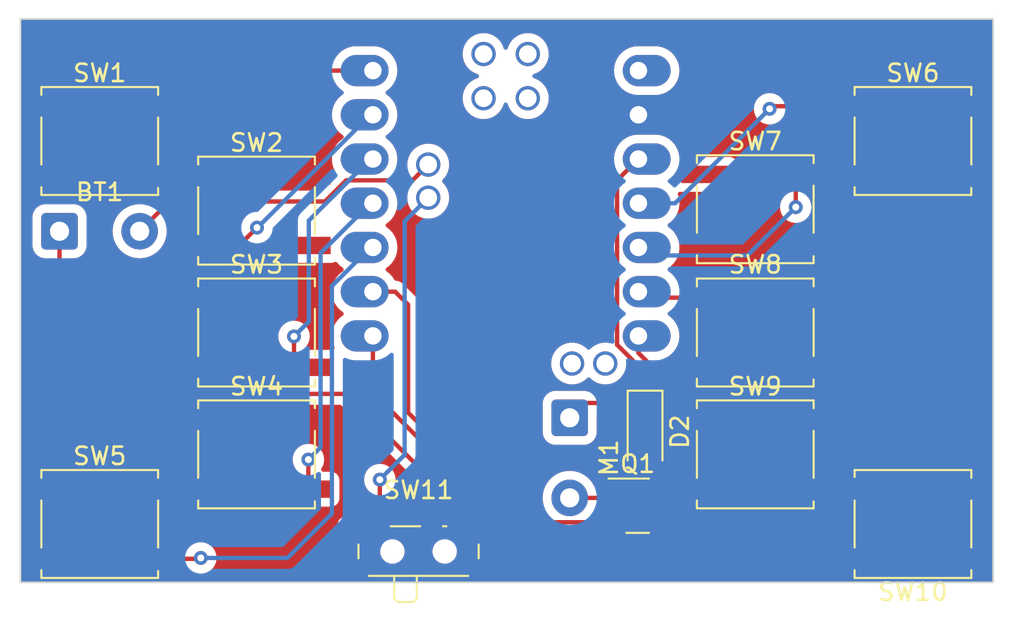
<source format=kicad_pcb>
(kicad_pcb (version 20221018) (generator pcbnew)
  (layers (0 "F.Cu" signal) (31 "B.Cu" signal) (34 "B.Paste" user) (35 "F.Paste" user) (36 "B.SilkS" user "B.Silkscreen") (37 "F.SilkS" user "F.Silkscreen") (38 "B.Mask" user) (39 "F.Mask" user) (44 "Edge.Cuts" user))
  (net 0 "")
  (net 1 "Net-(BT1-+)")
  (net 2 "-BATT")
  (net 3 "Net-(D2-A)")
  (net 4 "rumbler")
  (net 5 "gnd")
  (net 6 "switch01")
  (net 7 "switch02")
  (net 8 "switch03")
  (net 9 "switch04")
  (net 10 "switch05")
  (net 11 "switch06")
  (net 12 "switch07")
  (net 13 "switch08")
  (net 14 "switch09")
  (net 15 "switch10")
  (net 16 "+BATT")
  (net 23 "3V3")
  (footprint "Button_Switch_SMD:SW_SPST_EVQP0" (layer "F.Cu") (at 134.525 92.85)
    (fp_text reference "SW3" (at 0 -3.9) (layer "F.SilkS"))
    (fp_text value "SW_Push")
    (fp_line (start -3.35 -3.1) (end 3.35 -3.1) (stroke (width 0.12)) (layer "F.SilkS"))
    (fp_line (start -3.35 -2.65) (end -3.35 -3.1) (stroke (width 0.12)) (layer "F.SilkS"))
    (fp_line (start -3.35 1.35) (end -3.35 -1.35) (stroke (width 0.12)) (layer "F.SilkS"))
    (fp_line (start -3.35 2.65) (end -3.35 3.1) (stroke (width 0.12)) (layer "F.SilkS"))
    (fp_line (start -3.35 3.1) (end 3.35 3.1) (stroke (width 0.12)) (layer "F.SilkS"))
    (fp_line (start 3.35 -3.1) (end 3.35 -2.65) (stroke (width 0.12)) (layer "F.SilkS"))
    (fp_line (start 3.35 -1.35) (end 3.35 1.35) (stroke (width 0.12)) (layer "F.SilkS"))
    (fp_line (start 3.35 3.1) (end 3.35 2.7) (stroke (width 0.12)) (layer "F.SilkS"))
    (pad "1" smd rect (at -2.88 -2) (size 2.75 1) (layers "F.Cu" "F.Paste" "F.Mask") (net 5 "gnd"))
    (pad "1" smd rect (at 2.88 -2) (size 2.75 1) (layers "F.Cu" "F.Paste" "F.Mask") (net 5 "gnd"))
    (pad "2" smd rect (at -2.88 2) (size 2.75 1) (layers "F.Cu" "F.Paste" "F.Mask") (net 8 "switch03"))
    (pad "2" smd rect (at 2.88 2) (size 2.75 1) (layers "F.Cu" "F.Paste" "F.Mask") (net 8 "switch03"))
  )
  (footprint "Connector_Wire:SolderWire-0.5sqmm_1x02_P4.6mm_D0.9mm_OD2.1mm" (layer "F.Cu") (at 152.5 97.75 -90)
    (fp_text reference "M1" (at 2.3 -2.25 90) (layer "F.SilkS"))
    (fp_text value "Motor_DC")
    (pad "1" thru_hole roundrect (at 0 0 270) (size 2.1 2.1) (drill 1.1) (layers "*.Cu" "*.Mask") (roundrect_rratio 0.119048) (net 23 "3V3"))
    (pad "2" thru_hole circle (at 4.6 0 270) (size 2.1 2.1) (drill 1.1) (layers "*.Cu" "*.Mask") (net 3 "Net-(D2-A)"))
  )
  (footprint "Button_Switch_SMD:SW_SPST_EVQP0" (layer "F.Cu") (at 172.202 81.85)
    (fp_text reference "SW6" (at 0 -3.9) (layer "F.SilkS"))
    (fp_text value "SW_Push")
    (fp_line (start -3.35 -3.1) (end 3.35 -3.1) (stroke (width 0.12)) (layer "F.SilkS"))
    (fp_line (start -3.35 -2.65) (end -3.35 -3.1) (stroke (width 0.12)) (layer "F.SilkS"))
    (fp_line (start -3.35 1.35) (end -3.35 -1.35) (stroke (width 0.12)) (layer "F.SilkS"))
    (fp_line (start -3.35 2.65) (end -3.35 3.1) (stroke (width 0.12)) (layer "F.SilkS"))
    (fp_line (start -3.35 3.1) (end 3.35 3.1) (stroke (width 0.12)) (layer "F.SilkS"))
    (fp_line (start 3.35 -3.1) (end 3.35 -2.65) (stroke (width 0.12)) (layer "F.SilkS"))
    (fp_line (start 3.35 -1.35) (end 3.35 1.35) (stroke (width 0.12)) (layer "F.SilkS"))
    (fp_line (start 3.35 3.1) (end 3.35 2.7) (stroke (width 0.12)) (layer "F.SilkS"))
    (pad "1" smd rect (at -2.88 -2) (size 2.75 1) (layers "F.Cu" "F.Paste" "F.Mask") (net 11 "switch06"))
    (pad "1" smd rect (at 2.88 -2) (size 2.75 1) (layers "F.Cu" "F.Paste" "F.Mask") (net 11 "switch06"))
    (pad "2" smd rect (at -2.88 2) (size 2.75 1) (layers "F.Cu" "F.Paste" "F.Mask") (net 5 "gnd"))
    (pad "2" smd rect (at 2.88 2) (size 2.75 1) (layers "F.Cu" "F.Paste" "F.Mask") (net 5 "gnd"))
  )
  (footprint "Button_Switch_SMD:SW_SPST_EVQP0" (layer "F.Cu") (at 134.525 85.85)
    (fp_text reference "SW2" (at 0 -3.9) (layer "F.SilkS"))
    (fp_text value "SW_Push")
    (fp_line (start -3.35 -3.1) (end 3.35 -3.1) (stroke (width 0.12)) (layer "F.SilkS"))
    (fp_line (start -3.35 -2.65) (end -3.35 -3.1) (stroke (width 0.12)) (layer "F.SilkS"))
    (fp_line (start -3.35 1.35) (end -3.35 -1.35) (stroke (width 0.12)) (layer "F.SilkS"))
    (fp_line (start -3.35 2.65) (end -3.35 3.1) (stroke (width 0.12)) (layer "F.SilkS"))
    (fp_line (start -3.35 3.1) (end 3.35 3.1) (stroke (width 0.12)) (layer "F.SilkS"))
    (fp_line (start 3.35 -3.1) (end 3.35 -2.65) (stroke (width 0.12)) (layer "F.SilkS"))
    (fp_line (start 3.35 -1.35) (end 3.35 1.35) (stroke (width 0.12)) (layer "F.SilkS"))
    (fp_line (start 3.35 3.1) (end 3.35 2.7) (stroke (width 0.12)) (layer "F.SilkS"))
    (pad "1" smd rect (at -2.88 -2) (size 2.75 1) (layers "F.Cu" "F.Paste" "F.Mask") (net 5 "gnd"))
    (pad "1" smd rect (at 2.88 -2) (size 2.75 1) (layers "F.Cu" "F.Paste" "F.Mask") (net 5 "gnd"))
    (pad "2" smd rect (at -2.88 2) (size 2.75 1) (layers "F.Cu" "F.Paste" "F.Mask") (net 7 "switch02"))
    (pad "2" smd rect (at 2.88 2) (size 2.75 1) (layers "F.Cu" "F.Paste" "F.Mask") (net 7 "switch02"))
  )
  (footprint "Diode_SMD:D_SOD-123" (layer "F.Cu") (at 156.825 98.55 -90)
    (fp_text reference "D2" (at 0 -2 90) (layer "F.SilkS"))
    (fp_text value "1N4148W")
    (fp_line (start -2.36 -1) (end -2.36 1) (stroke (width 0.12)) (layer "F.SilkS"))
    (fp_line (start -2.36 -1) (end 1.65 -1) (stroke (width 0.12)) (layer "F.SilkS"))
    (fp_line (start -2.36 1) (end 1.65 1) (stroke (width 0.12)) (layer "F.SilkS"))
    (pad "1" smd roundrect (at -1.65 0 270) (size 0.9 1.2) (layers "F.Cu" "F.Paste" "F.Mask") (net 23 "3V3"))
    (pad "2" smd roundrect (at 1.65 0 270) (size 0.9 1.2) (layers "F.Cu" "F.Paste" "F.Mask") (net 3 "Net-(D2-A)"))
  )
  (footprint "Connector_Wire:SolderWire-0.5sqmm_1x02_P4.6mm_D0.9mm_OD2.1mm" (layer "F.Cu") (at 123.215782 87.034353)
    (fp_text reference "BT1" (at 2.3 -2.25) (layer "F.SilkS"))
    (fp_text value "Battery_Cell")
    (pad "1" thru_hole roundrect (at 0 0) (size 2.1 2.1) (drill 1.1) (layers "*.Cu" "*.Mask") (roundrect_rratio 0.119048) (net 1 "Net-(BT1-+)"))
    (pad "2" thru_hole circle (at 4.6 0) (size 2.1 2.1) (drill 1.1) (layers "*.Cu" "*.Mask") (net 2 "-BATT"))
  )
  (footprint "Button_Switch_SMD:SW_SPST_EVQP0" (layer "F.Cu") (at 134.525 99.85)
    (fp_text reference "SW4" (at 0 -3.9) (layer "F.SilkS"))
    (fp_text value "SW_Push")
    (fp_line (start -3.35 -3.1) (end 3.35 -3.1) (stroke (width 0.12)) (layer "F.SilkS"))
    (fp_line (start -3.35 -2.65) (end -3.35 -3.1) (stroke (width 0.12)) (layer "F.SilkS"))
    (fp_line (start -3.35 1.35) (end -3.35 -1.35) (stroke (width 0.12)) (layer "F.SilkS"))
    (fp_line (start -3.35 2.65) (end -3.35 3.1) (stroke (width 0.12)) (layer "F.SilkS"))
    (fp_line (start -3.35 3.1) (end 3.35 3.1) (stroke (width 0.12)) (layer "F.SilkS"))
    (fp_line (start 3.35 -3.1) (end 3.35 -2.65) (stroke (width 0.12)) (layer "F.SilkS"))
    (fp_line (start 3.35 -1.35) (end 3.35 1.35) (stroke (width 0.12)) (layer "F.SilkS"))
    (fp_line (start 3.35 3.1) (end 3.35 2.7) (stroke (width 0.12)) (layer "F.SilkS"))
    (pad "1" smd rect (at -2.88 -2) (size 2.75 1) (layers "F.Cu" "F.Paste" "F.Mask") (net 5 "gnd"))
    (pad "1" smd rect (at 2.88 -2) (size 2.75 1) (layers "F.Cu" "F.Paste" "F.Mask") (net 5 "gnd"))
    (pad "2" smd rect (at -2.88 2) (size 2.75 1) (layers "F.Cu" "F.Paste" "F.Mask") (net 9 "switch04"))
    (pad "2" smd rect (at 2.88 2) (size 2.75 1) (layers "F.Cu" "F.Paste" "F.Mask") (net 9 "switch04"))
  )
  (footprint "Button_Switch_SMD:SW_SPST_EVQP0" (layer "F.Cu") (at 125.525 103.85)
    (fp_text reference "SW5" (at 0 -3.9) (layer "F.SilkS"))
    (fp_text value "SW_Push")
    (fp_line (start -3.35 -3.1) (end 3.35 -3.1) (stroke (width 0.12)) (layer "F.SilkS"))
    (fp_line (start -3.35 -2.65) (end -3.35 -3.1) (stroke (width 0.12)) (layer "F.SilkS"))
    (fp_line (start -3.35 1.35) (end -3.35 -1.35) (stroke (width 0.12)) (layer "F.SilkS"))
    (fp_line (start -3.35 2.65) (end -3.35 3.1) (stroke (width 0.12)) (layer "F.SilkS"))
    (fp_line (start -3.35 3.1) (end 3.35 3.1) (stroke (width 0.12)) (layer "F.SilkS"))
    (fp_line (start 3.35 -3.1) (end 3.35 -2.65) (stroke (width 0.12)) (layer "F.SilkS"))
    (fp_line (start 3.35 -1.35) (end 3.35 1.35) (stroke (width 0.12)) (layer "F.SilkS"))
    (fp_line (start 3.35 3.1) (end 3.35 2.7) (stroke (width 0.12)) (layer "F.SilkS"))
    (pad "1" smd rect (at -2.88 -2) (size 2.75 1) (layers "F.Cu" "F.Paste" "F.Mask") (net 5 "gnd"))
    (pad "1" smd rect (at 2.88 -2) (size 2.75 1) (layers "F.Cu" "F.Paste" "F.Mask") (net 5 "gnd"))
    (pad "2" smd rect (at -2.88 2) (size 2.75 1) (layers "F.Cu" "F.Paste" "F.Mask") (net 10 "switch05"))
    (pad "2" smd rect (at 2.88 2) (size 2.75 1) (layers "F.Cu" "F.Paste" "F.Mask") (net 10 "switch05"))
  )
  (footprint "Button_Switch_SMD:SW_SPST_EVQP0" (layer "F.Cu") (at 163.15 92.85)
    (fp_text reference "SW8" (at 0 -3.9) (layer "F.SilkS"))
    (fp_text value "SW_Push")
    (fp_line (start -3.35 -3.1) (end 3.35 -3.1) (stroke (width 0.12)) (layer "F.SilkS"))
    (fp_line (start -3.35 -2.65) (end -3.35 -3.1) (stroke (width 0.12)) (layer "F.SilkS"))
    (fp_line (start -3.35 1.35) (end -3.35 -1.35) (stroke (width 0.12)) (layer "F.SilkS"))
    (fp_line (start -3.35 2.65) (end -3.35 3.1) (stroke (width 0.12)) (layer "F.SilkS"))
    (fp_line (start -3.35 3.1) (end 3.35 3.1) (stroke (width 0.12)) (layer "F.SilkS"))
    (fp_line (start 3.35 -3.1) (end 3.35 -2.65) (stroke (width 0.12)) (layer "F.SilkS"))
    (fp_line (start 3.35 -1.35) (end 3.35 1.35) (stroke (width 0.12)) (layer "F.SilkS"))
    (fp_line (start 3.35 3.1) (end 3.35 2.7) (stroke (width 0.12)) (layer "F.SilkS"))
    (pad "1" smd rect (at -2.88 -2) (size 2.75 1) (layers "F.Cu" "F.Paste" "F.Mask") (net 13 "switch08"))
    (pad "1" smd rect (at 2.88 -2) (size 2.75 1) (layers "F.Cu" "F.Paste" "F.Mask") (net 13 "switch08"))
    (pad "2" smd rect (at -2.88 2) (size 2.75 1) (layers "F.Cu" "F.Paste" "F.Mask") (net 5 "gnd"))
    (pad "2" smd rect (at 2.88 2) (size 2.75 1) (layers "F.Cu" "F.Paste" "F.Mask") (net 5 "gnd"))
  )
  (footprint "project:xiao-ble-tht" (layer "F.Cu") (at 148.825 85.425)
    (fp_text reference "U1" hide)
    (fp_text value "xiao-ble" hide)
    (pad "1" thru_hole oval (at -7.62 -7.62) (size 2.75 1.8) (drill 1 (offset -0.475 0)) (layers "*.Cu" "*.Mask") (net 6 "switch01"))
    (pad "2" thru_hole oval (at -7.62 -5.08) (size 2.75 1.8) (drill 1 (offset -0.475 0)) (layers "*.Cu" "*.Mask") (net 7 "switch02"))
    (pad "3" thru_hole oval (at -7.62 -2.54) (size 2.75 1.8) (drill 1 (offset -0.475 0)) (layers "*.Cu" "*.Mask") (net 8 "switch03"))
    (pad "4" thru_hole oval (at -7.62 0) (size 2.75 1.8) (drill 1 (offset -0.475 0)) (layers "*.Cu" "*.Mask") (net 9 "switch04"))
    (pad "5" thru_hole oval (at -7.62 2.54) (size 2.75 1.8) (drill 1 (offset -0.475 0)) (layers "*.Cu" "*.Mask") (net 10 "switch05"))
    (pad "6" thru_hole oval (at -7.62 5.08) (size 2.75 1.8) (drill 1 (offset -0.475 0)) (layers "*.Cu" "*.Mask") (net 4 "rumbler"))
    (pad "7" thru_hole oval (at -7.62 7.62) (size 2.75 1.8) (drill 1 (offset -0.475 0)) (layers "*.Cu" "*.Mask") (net 15 "switch10"))
    (pad "8" thru_hole oval (at 7.62 7.62 180) (size 2.75 1.8) (drill 1 (offset -0.475 0)) (layers "*.Cu" "*.Mask") (net 14 "switch09"))
    (pad "9" thru_hole oval (at 7.62 5.08 180) (size 2.75 1.8) (drill 1 (offset -0.475 0)) (layers "*.Cu" "*.Mask") (net 13 "switch08"))
    (pad "10" thru_hole oval (at 7.62 2.54 180) (size 2.75 1.8) (drill 1 (offset -0.475 0)) (layers "*.Cu" "*.Mask") (net 12 "switch07"))
    (pad "11" thru_hole oval (at 7.62 0 180) (size 2.75 1.8) (drill 1 (offset -0.475 0)) (layers "*.Cu" "*.Mask") (net 11 "switch06"))
    (pad "12" thru_hole oval (at 7.62 -2.54 180) (size 2.75 1.8) (drill 1 (offset -0.475 0)) (layers "*.Cu" "*.Mask") (net 23 "3V3"))
    (pad "13" thru_hole oval (at 7.62 -5.08 180) (size 2.75 1.8) (drill 1 (offset -0.475 0)) (layers "*.Cu" "*.Mask") (net 5 "gnd"))
    (pad "14" thru_hole oval (at 7.62 -7.62 180) (size 2.75 1.8) (drill 1 (offset -0.475 0)) (layers "*.Cu" "*.Mask"))
    (pad "15" thru_hole circle (at -1.27 -8.572 90) (size 1.397 1.397) (drill 1.016) (layers "*.Cu" "*.Mask"))
    (pad "16" thru_hole circle (at 1.27 -8.572 90) (size 1.397 1.397) (drill 1.016) (layers "*.Cu" "*.Mask"))
    (pad "17" thru_hole circle (at -1.27 -6.032 90) (size 1.397 1.397) (drill 1.016) (layers "*.Cu" "*.Mask"))
    (pad "18" thru_hole circle (at 1.27 -6.032 90) (size 1.397 1.397) (drill 1.016) (layers "*.Cu" "*.Mask"))
    (pad "19" thru_hole circle (at -4.445 -0.317 180) (size 1.397 1.397) (drill 1.016) (layers "*.Cu" "*.Mask") (net 16 "+BATT"))
    (pad "20" thru_hole circle (at -4.445 -2.222 180) (size 1.397 1.397) (drill 1.016) (layers "*.Cu" "*.Mask") (net 2 "-BATT"))
    (pad "21" thru_hole circle (at 3.81 9.208 180) (size 1.397 1.397) (drill 1.016) (layers "*.Cu" "*.Mask"))
    (pad "22" thru_hole circle (at 5.715 9.208 180) (size 1.397 1.397) (drill 1.016) (layers "*.Cu" "*.Mask"))
  )
  (footprint "Button_Switch_SMD:SW_SPST_EVQP0" (layer "F.Cu") (at 163.15 99.85)
    (fp_text reference "SW9" (at 0 -3.9) (layer "F.SilkS"))
    (fp_text value "SW_Push")
    (fp_line (start -3.35 -3.1) (end 3.35 -3.1) (stroke (width 0.12)) (layer "F.SilkS"))
    (fp_line (start -3.35 -2.65) (end -3.35 -3.1) (stroke (width 0.12)) (layer "F.SilkS"))
    (fp_line (start -3.35 1.35) (end -3.35 -1.35) (stroke (width 0.12)) (layer "F.SilkS"))
    (fp_line (start -3.35 2.65) (end -3.35 3.1) (stroke (width 0.12)) (layer "F.SilkS"))
    (fp_line (start -3.35 3.1) (end 3.35 3.1) (stroke (width 0.12)) (layer "F.SilkS"))
    (fp_line (start 3.35 -3.1) (end 3.35 -2.65) (stroke (width 0.12)) (layer "F.SilkS"))
    (fp_line (start 3.35 -1.35) (end 3.35 1.35) (stroke (width 0.12)) (layer "F.SilkS"))
    (fp_line (start 3.35 3.1) (end 3.35 2.7) (stroke (width 0.12)) (layer "F.SilkS"))
    (pad "1" smd rect (at -2.88 -2) (size 2.75 1) (layers "F.Cu" "F.Paste" "F.Mask") (net 14 "switch09"))
    (pad "1" smd rect (at 2.88 -2) (size 2.75 1) (layers "F.Cu" "F.Paste" "F.Mask") (net 14 "switch09"))
    (pad "2" smd rect (at -2.88 2) (size 2.75 1) (layers "F.Cu" "F.Paste" "F.Mask") (net 5 "gnd"))
    (pad "2" smd rect (at 2.88 2) (size 2.75 1) (layers "F.Cu" "F.Paste" "F.Mask") (net 5 "gnd"))
  )
  (footprint "Button_Switch_SMD:SW_SPDT_PCM12" (layer "F.Cu") (at 143.825 105.1)
    (fp_text reference "SW11" (at 0 -3.2) (layer "F.SilkS"))
    (fp_text value "SW_DPST_x2")
    (fp_line (start -3.45 -0.07) (end -3.45 0.72) (stroke (width 0.12)) (layer "F.SilkS"))
    (fp_line (start -2.85 1.73) (end 2.85 1.73) (stroke (width 0.12)) (layer "F.SilkS"))
    (fp_line (start -1.6 -1.12) (end 0.1 -1.12) (stroke (width 0.12)) (layer "F.SilkS"))
    (fp_line (start -1.4 1.73) (end -1.4 3.02) (stroke (width 0.12)) (layer "F.SilkS"))
    (fp_line (start -1.4 3.02) (end -1.2 3.23) (stroke (width 0.12)) (layer "F.SilkS"))
    (fp_line (start -1.2 3.23) (end -0.3 3.23) (stroke (width 0.12)) (layer "F.SilkS"))
    (fp_line (start -0.1 3.02) (end -0.3 3.23) (stroke (width 0.12)) (layer "F.SilkS"))
    (fp_line (start -0.1 3.02) (end -0.1 1.73) (stroke (width 0.12)) (layer "F.SilkS"))
    (fp_line (start 1.4 -1.12) (end 1.6 -1.12) (stroke (width 0.12)) (layer "F.SilkS"))
    (fp_line (start 3.45 0.72) (end 3.45 -0.07) (stroke (width 0.12)) (layer "F.SilkS"))
    (pad "" smd rect (at -3.65 -0.78) (size 1 0.8) (layers "F.Cu" "F.Paste" "F.Mask"))
    (pad "" smd rect (at -3.65 1.43) (size 1 0.8) (layers "F.Cu" "F.Paste" "F.Mask"))
    (pad "" np_thru_hole circle (at -1.5 0.33) (size 0.9 0.9) (drill 0.9) (layers "*.Cu" "*.Mask"))
    (pad "" np_thru_hole circle (at 1.5 0.33) (size 0.9 0.9) (drill 0.9) (layers "*.Cu" "*.Mask"))
    (pad "" smd rect (at 3.65 -0.78) (size 1 0.8) (layers "F.Cu" "F.Paste" "F.Mask"))
    (pad "" smd rect (at 3.65 1.43) (size 1 0.8) (layers "F.Cu" "F.Paste" "F.Mask"))
    (pad "1" smd rect (at -2.25 -1.43) (size 0.7 1.5) (layers "F.Cu" "F.Paste" "F.Mask") (net 16 "+BATT"))
    (pad "2" smd rect (at 0.75 -1.43) (size 0.7 1.5) (layers "F.Cu" "F.Paste" "F.Mask") (net 1 "Net-(BT1-+)"))
    (pad "3" smd rect (at 2.25 -1.43) (size 0.7 1.5) (layers "F.Cu" "F.Paste" "F.Mask"))
  )
  (footprint "Button_Switch_SMD:SW_SPST_EVQP0" (layer "F.Cu") (at 125.525 81.85)
    (fp_text reference "SW1" (at 0 -3.9) (layer "F.SilkS"))
    (fp_text value "SW_Push")
    (fp_line (start -3.35 -3.1) (end 3.35 -3.1) (stroke (width 0.12)) (layer "F.SilkS"))
    (fp_line (start -3.35 -2.65) (end -3.35 -3.1) (stroke (width 0.12)) (layer "F.SilkS"))
    (fp_line (start -3.35 1.35) (end -3.35 -1.35) (stroke (width 0.12)) (layer "F.SilkS"))
    (fp_line (start -3.35 2.65) (end -3.35 3.1) (stroke (width 0.12)) (layer "F.SilkS"))
    (fp_line (start -3.35 3.1) (end 3.35 3.1) (stroke (width 0.12)) (layer "F.SilkS"))
    (fp_line (start 3.35 -3.1) (end 3.35 -2.65) (stroke (width 0.12)) (layer "F.SilkS"))
    (fp_line (start 3.35 -1.35) (end 3.35 1.35) (stroke (width 0.12)) (layer "F.SilkS"))
    (fp_line (start 3.35 3.1) (end 3.35 2.7) (stroke (width 0.12)) (layer "F.SilkS"))
    (pad "1" smd rect (at -2.88 -2) (size 2.75 1) (layers "F.Cu" "F.Paste" "F.Mask") (net 5 "gnd"))
    (pad "1" smd rect (at 2.88 -2) (size 2.75 1) (layers "F.Cu" "F.Paste" "F.Mask") (net 5 "gnd"))
    (pad "2" smd rect (at -2.88 2) (size 2.75 1) (layers "F.Cu" "F.Paste" "F.Mask") (net 6 "switch01"))
    (pad "2" smd rect (at 2.88 2) (size 2.75 1) (layers "F.Cu" "F.Paste" "F.Mask") (net 6 "switch01"))
  )
  (footprint "Button_Switch_SMD:SW_SPST_EVQP0" (layer "F.Cu") (at 172.202 103.85 180)
    (fp_text reference "SW10" (at 0 -3.9) (layer "F.SilkS"))
    (fp_text value "SW_Push")
    (fp_line (start -3.35 -3.1) (end 3.35 -3.1) (stroke (width 0.12)) (layer "F.SilkS"))
    (fp_line (start -3.35 -2.65) (end -3.35 -3.1) (stroke (width 0.12)) (layer "F.SilkS"))
    (fp_line (start -3.35 1.35) (end -3.35 -1.35) (stroke (width 0.12)) (layer "F.SilkS"))
    (fp_line (start -3.35 2.65) (end -3.35 3.1) (stroke (width 0.12)) (layer "F.SilkS"))
    (fp_line (start -3.35 3.1) (end 3.35 3.1) (stroke (width 0.12)) (layer "F.SilkS"))
    (fp_line (start 3.35 -3.1) (end 3.35 -2.65) (stroke (width 0.12)) (layer "F.SilkS"))
    (fp_line (start 3.35 -1.35) (end 3.35 1.35) (stroke (width 0.12)) (layer "F.SilkS"))
    (fp_line (start 3.35 3.1) (end 3.35 2.7) (stroke (width 0.12)) (layer "F.SilkS"))
    (pad "1" smd rect (at -2.88 -2 180) (size 2.75 1) (layers "F.Cu" "F.Paste" "F.Mask") (net 15 "switch10"))
    (pad "1" smd rect (at 2.88 -2 180) (size 2.75 1) (layers "F.Cu" "F.Paste" "F.Mask") (net 15 "switch10"))
    (pad "2" smd rect (at -2.88 2 180) (size 2.75 1) (layers "F.Cu" "F.Paste" "F.Mask") (net 5 "gnd"))
    (pad "2" smd rect (at 2.88 2 180) (size 2.75 1) (layers "F.Cu" "F.Paste" "F.Mask") (net 5 "gnd"))
  )
  (footprint "Package_TO_SOT_SMD:SOT-23" (layer "F.Cu") (at 156.4 102.8)
    (fp_text reference "Q1" (at 0 -2.4) (layer "F.SilkS"))
    (fp_text value "NPN")
    (fp_line (start 0 -1.56) (end -1.675 -1.56) (stroke (width 0.12)) (layer "F.SilkS"))
    (fp_line (start 0 -1.56) (end 0.65 -1.56) (stroke (width 0.12)) (layer "F.SilkS"))
    (fp_line (start 0 1.56) (end -0.65 1.56) (stroke (width 0.12)) (layer "F.SilkS"))
    (fp_line (start 0 1.56) (end 0.65 1.56) (stroke (width 0.12)) (layer "F.SilkS"))
    (pad "1" smd roundrect (at -0.9375 -0.95) (size 1.475 0.6) (layers "F.Cu" "F.Paste" "F.Mask") (net 3 "Net-(D2-A)"))
    (pad "2" smd roundrect (at -0.9375 0.95) (size 1.475 0.6) (layers "F.Cu" "F.Paste" "F.Mask") (net 4 "rumbler"))
    (pad "3" smd roundrect (at 0.9375 0) (size 1.475 0.6) (layers "F.Cu" "F.Paste" "F.Mask") (net 5 "gnd"))
  )
  (footprint "Button_Switch_SMD:SW_SPST_EVQP0" (layer "F.Cu") (at 163.15 85.768)
    (fp_text reference "SW7" (at 0 -3.9) (layer "F.SilkS"))
    (fp_text value "SW_Push")
    (fp_line (start -3.35 -3.1) (end 3.35 -3.1) (stroke (width 0.12)) (layer "F.SilkS"))
    (fp_line (start -3.35 -2.65) (end -3.35 -3.1) (stroke (width 0.12)) (layer "F.SilkS"))
    (fp_line (start -3.35 1.35) (end -3.35 -1.35) (stroke (width 0.12)) (layer "F.SilkS"))
    (fp_line (start -3.35 2.65) (end -3.35 3.1) (stroke (width 0.12)) (layer "F.SilkS"))
    (fp_line (start -3.35 3.1) (end 3.35 3.1) (stroke (width 0.12)) (layer "F.SilkS"))
    (fp_line (start 3.35 -3.1) (end 3.35 -2.65) (stroke (width 0.12)) (layer "F.SilkS"))
    (fp_line (start 3.35 -1.35) (end 3.35 1.35) (stroke (width 0.12)) (layer "F.SilkS"))
    (fp_line (start 3.35 3.1) (end 3.35 2.7) (stroke (width 0.12)) (layer "F.SilkS"))
    (pad "1" smd rect (at -2.88 -2) (size 2.75 1) (layers "F.Cu" "F.Paste" "F.Mask") (net 12 "switch07"))
    (pad "1" smd rect (at 2.88 -2) (size 2.75 1) (layers "F.Cu" "F.Paste" "F.Mask") (net 12 "switch07"))
    (pad "2" smd rect (at -2.88 2) (size 2.75 1) (layers "F.Cu" "F.Paste" "F.Mask") (net 5 "gnd"))
    (pad "2" smd rect (at 2.88 2) (size 2.75 1) (layers "F.Cu" "F.Paste" "F.Mask") (net 5 "gnd"))
  )
  (gr_rect (start 120.970828 74.83862) (end 176.804506 107.2) (stroke (width 0.1)) (fill none) (layer "Edge.Cuts"))
  (segment (start 139.625 96.375) (end 144.575 101.325) (width 0.25) (layer "F.Cu") (net 1))
  (segment (start 123.215782 87.034353) (end 123.215782 91.945782) (width 0.25) (layer "F.Cu") (net 1))
  (segment (start 127.645 96.375) (end 139.625 96.375) (width 0.25) (layer "F.Cu") (net 1))
  (segment (start 123.215782 91.945782) (end 127.645 96.375) (width 0.25) (layer "F.Cu") (net 1))
  (segment (start 144.575 101.325) (end 144.575 103.67) (width 0.25) (layer "F.Cu") (net 1))
  (segment (start 129.525135 85.325) (end 127.815782 87.034353) (width 0.25) (layer "F.Cu") (net 2))
  (segment (start 144.38 83.203) (end 143.473 84.11) (width 0.25) (layer "F.Cu") (net 2))
  (segment (start 143.473 84.11) (end 139.67 84.11) (width 0.25) (layer "F.Cu") (net 2))
  (segment (start 138.455 85.325) (end 129.525135 85.325) (width 0.25) (layer "F.Cu") (net 2))
  (segment (start 139.67 84.11) (end 138.455 85.325) (width 0.25) (layer "F.Cu") (net 2))
  (segment (start 155.4625 101.5625) (end 156.825 100.2) (width 0.25) (layer "F.Cu") (net 3))
  (segment (start 155.4625 101.85) (end 155.4625 101.5625) (width 0.25) (layer "F.Cu") (net 3))
  (segment (start 154.9625 102.35) (end 152.5 102.35) (width 0.25) (layer "F.Cu") (net 3))
  (segment (start 155.4625 101.85) (end 154.9625 102.35) (width 0.25) (layer "F.Cu") (net 3))
  (segment (start 142.48 90.505) (end 143.225 91.25) (width 0.25) (layer "F.Cu") (net 4))
  (segment (start 149.525 103.75) (end 155.4625 103.75) (width 0.25) (layer "F.Cu") (net 4))
  (segment (start 141.205 90.505) (end 142.48 90.505) (width 0.25) (layer "F.Cu") (net 4))
  (segment (start 143.225 91.25) (end 143.225 97.45) (width 0.25) (layer "F.Cu") (net 4))
  (segment (start 143.225 97.45) (end 149.525 103.75) (width 0.25) (layer "F.Cu") (net 4))
  (segment (start 134.45 77.805) (end 128.405 83.85) (width 0.25) (layer "F.Cu") (net 6))
  (segment (start 141.205 77.805) (end 134.45 77.805) (width 0.25) (layer "F.Cu") (net 6))
  (segment (start 128.405 83.85) (end 122.645 83.85) (width 0.25) (layer "F.Cu") (net 6))
  (segment (start 137.405 87.85) (end 131.645 87.85) (width 0.25) (layer "F.Cu") (net 7))
  (segment (start 134.55 86.825) (end 133.525 87.85) (width 0.25) (layer "F.Cu") (net 7))
  (segment (start 133.525 87.85) (end 131.645 87.85) (width 0.25) (layer "F.Cu") (net 7))
  (via (at 134.55 86.825) (size 0.8) (drill 0.4) (layers "F.Cu" "B.Cu") (net 7))
  (segment (start 134.582588 86.825) (end 134.55 86.825) (width 0.25) (layer "B.Cu") (net 7))
  (segment (start 141.062588 80.345) (end 134.582588 86.825) (width 0.25) (layer "B.Cu") (net 7))
  (segment (start 141.205 80.345) (end 141.062588 80.345) (width 0.25) (layer "B.Cu") (net 7))
  (segment (start 136.675 94.12) (end 137.405 94.85) (width 0.25) (layer "F.Cu") (net 8))
  (segment (start 136.675 93.075) (end 136.675 94.12) (width 0.25) (layer "F.Cu") (net 8))
  (segment (start 137.405 94.85) (end 131.645 94.85) (width 0.25) (layer "F.Cu") (net 8))
  (via (at 136.675 93.075) (size 0.8) (drill 0.4) (layers "F.Cu" "B.Cu") (net 8))
  (segment (start 137.525 86.422588) (end 137.525 92.225) (width 0.25) (layer "B.Cu") (net 8))
  (segment (start 141.062588 82.885) (end 137.525 86.422588) (width 0.25) (layer "B.Cu") (net 8))
  (segment (start 141.205 82.885) (end 141.062588 82.885) (width 0.25) (layer "B.Cu") (net 8))
  (segment (start 137.525 92.225) (end 136.675 93.075) (width 0.25) (layer "B.Cu") (net 8))
  (segment (start 137.5 100.15) (end 137.5 101.755) (width 0.25) (layer "F.Cu") (net 9))
  (segment (start 137.5 101.755) (end 137.405 101.85) (width 0.25) (layer "F.Cu") (net 9))
  (segment (start 137.405 101.85) (end 131.645 101.85) (width 0.25) (layer "F.Cu") (net 9))
  (via (at 137.5 100.15) (size 0.8) (drill 0.4) (layers "F.Cu" "B.Cu") (net 9))
  (segment (start 141.062588 85.425) (end 138.2 88.287588) (width 0.25) (layer "B.Cu") (net 9))
  (segment (start 138.2 88.287588) (end 138.2 99.45) (width 0.25) (layer "B.Cu") (net 9))
  (segment (start 138.2 99.45) (end 137.5 100.15) (width 0.25) (layer "B.Cu") (net 9))
  (segment (start 141.205 85.425) (end 141.062588 85.425) (width 0.25) (layer "B.Cu") (net 9))
  (segment (start 128.405 105.85) (end 122.645 105.85) (width 0.25) (layer "F.Cu") (net 10))
  (segment (start 131.325 105.8) (end 131.275 105.85) (width 0.25) (layer "F.Cu") (net 10))
  (segment (start 131.275 105.85) (end 128.405 105.85) (width 0.25) (layer "F.Cu") (net 10))
  (via (at 131.325 105.8) (size 0.8) (drill 0.4) (layers "F.Cu" "B.Cu") (net 10))
  (segment (start 138.85 103.25) (end 136.3 105.8) (width 0.25) (layer "B.Cu") (net 10))
  (segment (start 138.85 90.177588) (end 138.85 103.25) (width 0.25) (layer "B.Cu") (net 10))
  (segment (start 136.3 105.8) (end 131.325 105.8) (width 0.25) (layer "B.Cu") (net 10))
  (segment (start 141.205 87.965) (end 141.062588 87.965) (width 0.25) (layer "B.Cu") (net 10))
  (segment (start 141.062588 87.965) (end 138.85 90.177588) (width 0.25) (layer "B.Cu") (net 10))
  (segment (start 169.322 79.85) (end 175.082 79.85) (width 0.25) (layer "F.Cu") (net 11))
  (segment (start 163.975 80) (end 164.125 79.85) (width 0.25) (layer "F.Cu") (net 11))
  (segment (start 164.125 79.85) (end 169.322 79.85) (width 0.25) (layer "F.Cu") (net 11))
  (via (at 163.975 80) (size 0.8) (drill 0.4) (layers "F.Cu" "B.Cu") (net 11))
  (segment (start 156.445 85.425) (end 158.55 85.425) (width 0.25) (layer "B.Cu") (net 11))
  (segment (start 158.55 85.425) (end 163.975 80) (width 0.25) (layer "B.Cu") (net 11))
  (segment (start 165.475 84.323) (end 166.03 83.768) (width 0.25) (layer "F.Cu") (net 12))
  (segment (start 165.475 85.65) (end 165.475 84.323) (width 0.25) (layer "F.Cu") (net 12))
  (segment (start 160.27 83.768) (end 166.03 83.768) (width 0.25) (layer "F.Cu") (net 12))
  (via (at 165.475 85.65) (size 0.8) (drill 0.4) (layers "F.Cu" "B.Cu") (net 12))
  (segment (start 162.7 88.425) (end 165.475 85.65) (width 0.25) (layer "B.Cu") (net 12))
  (segment (start 156.905 88.425) (end 162.7 88.425) (width 0.25) (layer "B.Cu") (net 12))
  (segment (start 156.445 87.965) (end 156.905 88.425) (width 0.25) (layer "B.Cu") (net 12))
  (segment (start 156.79 90.85) (end 160.27 90.85) (width 0.25) (layer "F.Cu") (net 13))
  (segment (start 160.27 90.85) (end 166.03 90.85) (width 0.25) (layer "F.Cu") (net 13))
  (segment (start 156.445 90.505) (end 156.79 90.85) (width 0.25) (layer "F.Cu") (net 13))
  (segment (start 156.445 93.045) (end 156.445 94.025) (width 0.25) (layer "F.Cu") (net 14))
  (segment (start 156.445 94.025) (end 160.27 97.85) (width 0.25) (layer "F.Cu") (net 14))
  (segment (start 160.27 97.85) (end 166.03 97.85) (width 0.25) (layer "F.Cu") (net 14))
  (segment (start 141.205 96.305) (end 149.65 104.75) (width 0.25) (layer "F.Cu") (net 15))
  (segment (start 141.205 93.045) (end 141.205 96.305) (width 0.25) (layer "F.Cu") (net 15))
  (segment (start 164.222 104.75) (end 165.322 105.85) (width 0.25) (layer "F.Cu") (net 15))
  (segment (start 165.322 105.85) (end 169.322 105.85) (width 0.25) (layer "F.Cu") (net 15))
  (segment (start 149.65 104.75) (end 164.222 104.75) (width 0.25) (layer "F.Cu") (net 15))
  (segment (start 169.322 105.85) (end 175.082 105.85) (width 0.25) (layer "F.Cu") (net 15))
  (segment (start 141.6 103.645) (end 141.575 103.67) (width 0.25) (layer "F.Cu") (net 16))
  (segment (start 141.6 101.3) (end 141.6 103.645) (width 0.25) (layer "F.Cu") (net 16))
  (via (at 141.6 101.3) (size 0.8) (drill 0.4) (layers "F.Cu" "B.Cu") (net 16))
  (segment (start 143.025 99.875) (end 141.6 101.3) (width 0.25) (layer "B.Cu") (net 16))
  (segment (start 143.025 86.463) (end 143.025 99.875) (width 0.25) (layer "B.Cu") (net 16))
  (segment (start 144.38 85.108) (end 143.025 86.463) (width 0.25) (layer "B.Cu") (net 16))
  (segment (start 156.825 96.9) (end 156.825 95.157412) (width 0.25) (layer "F.Cu") (net 23))
  (segment (start 155.22 84.11) (end 156.445 82.885) (width 0.25) (layer "F.Cu") (net 23))
  (segment (start 155.22 93.552412) (end 155.22 84.11) (width 0.25) (layer "F.Cu") (net 23))
  (segment (start 156.825 96.9) (end 153.35 96.9) (width 0.25) (layer "F.Cu") (net 23))
  (segment (start 153.35 96.9) (end 152.5 97.75) (width 0.25) (layer "F.Cu") (net 23))
  (segment (start 156.825 95.157412) (end 155.22 93.552412) (width 0.25) (layer "F.Cu") (net 23))
  (zone (net 5) (net_name "gnd") (layers "F&B.Cu") (connect_pads yes (clearance 0.5)) (min_thickness 0.25) (fill yes (thermal_gap 0.5) (thermal_bridge_width 0.5))
    (polygon (pts (xy 120.025 73.75) (xy 178.6 73.8) (xy 178.6 109.05) (xy 119.8 108.975) (xy 120.05 73.775)))
  )
)
</source>
